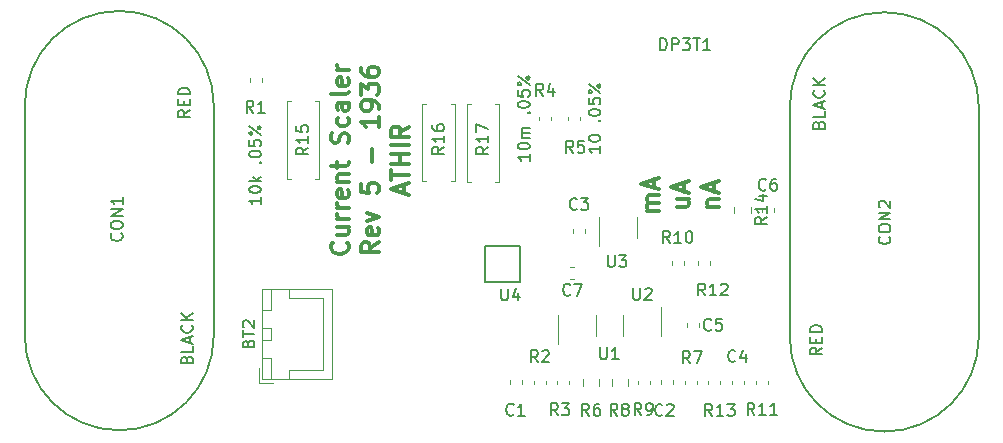
<source format=gto>
G04 #@! TF.GenerationSoftware,KiCad,Pcbnew,(5.1.4)-1*
G04 #@! TF.CreationDate,2019-09-05T18:56:40+02:00*
G04 #@! TF.ProjectId,currentscaler,63757272-656e-4747-9363-616c65722e6b,rev?*
G04 #@! TF.SameCoordinates,Original*
G04 #@! TF.FileFunction,Legend,Top*
G04 #@! TF.FilePolarity,Positive*
%FSLAX46Y46*%
G04 Gerber Fmt 4.6, Leading zero omitted, Abs format (unit mm)*
G04 Created by KiCad (PCBNEW (5.1.4)-1) date 2019-09-05 18:56:40*
%MOMM*%
%LPD*%
G04 APERTURE LIST*
%ADD10C,0.300000*%
%ADD11C,0.120000*%
%ADD12C,0.150000*%
G04 APERTURE END LIST*
D10*
X149128571Y-108285714D02*
X148128571Y-108285714D01*
X148271428Y-108285714D02*
X148200000Y-108214285D01*
X148128571Y-108071428D01*
X148128571Y-107857142D01*
X148200000Y-107714285D01*
X148342857Y-107642857D01*
X149128571Y-107642857D01*
X148342857Y-107642857D02*
X148200000Y-107571428D01*
X148128571Y-107428571D01*
X148128571Y-107214285D01*
X148200000Y-107071428D01*
X148342857Y-107000000D01*
X149128571Y-107000000D01*
X148700000Y-106357142D02*
X148700000Y-105642857D01*
X149128571Y-106500000D02*
X147628571Y-106000000D01*
X149128571Y-105500000D01*
X150678571Y-107321428D02*
X151678571Y-107321428D01*
X150678571Y-107964285D02*
X151464285Y-107964285D01*
X151607142Y-107892857D01*
X151678571Y-107750000D01*
X151678571Y-107535714D01*
X151607142Y-107392857D01*
X151535714Y-107321428D01*
X151250000Y-106678571D02*
X151250000Y-105964285D01*
X151678571Y-106821428D02*
X150178571Y-106321428D01*
X151678571Y-105821428D01*
X153228571Y-107964285D02*
X154228571Y-107964285D01*
X153371428Y-107964285D02*
X153300000Y-107892857D01*
X153228571Y-107750000D01*
X153228571Y-107535714D01*
X153300000Y-107392857D01*
X153442857Y-107321428D01*
X154228571Y-107321428D01*
X153800000Y-106678571D02*
X153800000Y-105964285D01*
X154228571Y-106821428D02*
X152728571Y-106321428D01*
X154228571Y-105821428D01*
X122735714Y-111000000D02*
X122807142Y-111071428D01*
X122878571Y-111285714D01*
X122878571Y-111428571D01*
X122807142Y-111642857D01*
X122664285Y-111785714D01*
X122521428Y-111857142D01*
X122235714Y-111928571D01*
X122021428Y-111928571D01*
X121735714Y-111857142D01*
X121592857Y-111785714D01*
X121450000Y-111642857D01*
X121378571Y-111428571D01*
X121378571Y-111285714D01*
X121450000Y-111071428D01*
X121521428Y-111000000D01*
X121878571Y-109714285D02*
X122878571Y-109714285D01*
X121878571Y-110357142D02*
X122664285Y-110357142D01*
X122807142Y-110285714D01*
X122878571Y-110142857D01*
X122878571Y-109928571D01*
X122807142Y-109785714D01*
X122735714Y-109714285D01*
X122878571Y-109000000D02*
X121878571Y-109000000D01*
X122164285Y-109000000D02*
X122021428Y-108928571D01*
X121950000Y-108857142D01*
X121878571Y-108714285D01*
X121878571Y-108571428D01*
X122878571Y-108071428D02*
X121878571Y-108071428D01*
X122164285Y-108071428D02*
X122021428Y-108000000D01*
X121950000Y-107928571D01*
X121878571Y-107785714D01*
X121878571Y-107642857D01*
X122807142Y-106571428D02*
X122878571Y-106714285D01*
X122878571Y-107000000D01*
X122807142Y-107142857D01*
X122664285Y-107214285D01*
X122092857Y-107214285D01*
X121950000Y-107142857D01*
X121878571Y-107000000D01*
X121878571Y-106714285D01*
X121950000Y-106571428D01*
X122092857Y-106500000D01*
X122235714Y-106500000D01*
X122378571Y-107214285D01*
X121878571Y-105857142D02*
X122878571Y-105857142D01*
X122021428Y-105857142D02*
X121950000Y-105785714D01*
X121878571Y-105642857D01*
X121878571Y-105428571D01*
X121950000Y-105285714D01*
X122092857Y-105214285D01*
X122878571Y-105214285D01*
X121878571Y-104714285D02*
X121878571Y-104142857D01*
X121378571Y-104500000D02*
X122664285Y-104500000D01*
X122807142Y-104428571D01*
X122878571Y-104285714D01*
X122878571Y-104142857D01*
X122807142Y-102571428D02*
X122878571Y-102357142D01*
X122878571Y-102000000D01*
X122807142Y-101857142D01*
X122735714Y-101785714D01*
X122592857Y-101714285D01*
X122450000Y-101714285D01*
X122307142Y-101785714D01*
X122235714Y-101857142D01*
X122164285Y-102000000D01*
X122092857Y-102285714D01*
X122021428Y-102428571D01*
X121950000Y-102500000D01*
X121807142Y-102571428D01*
X121664285Y-102571428D01*
X121521428Y-102500000D01*
X121450000Y-102428571D01*
X121378571Y-102285714D01*
X121378571Y-101928571D01*
X121450000Y-101714285D01*
X122807142Y-100428571D02*
X122878571Y-100571428D01*
X122878571Y-100857142D01*
X122807142Y-101000000D01*
X122735714Y-101071428D01*
X122592857Y-101142857D01*
X122164285Y-101142857D01*
X122021428Y-101071428D01*
X121950000Y-101000000D01*
X121878571Y-100857142D01*
X121878571Y-100571428D01*
X121950000Y-100428571D01*
X122878571Y-99142857D02*
X122092857Y-99142857D01*
X121950000Y-99214285D01*
X121878571Y-99357142D01*
X121878571Y-99642857D01*
X121950000Y-99785714D01*
X122807142Y-99142857D02*
X122878571Y-99285714D01*
X122878571Y-99642857D01*
X122807142Y-99785714D01*
X122664285Y-99857142D01*
X122521428Y-99857142D01*
X122378571Y-99785714D01*
X122307142Y-99642857D01*
X122307142Y-99285714D01*
X122235714Y-99142857D01*
X122878571Y-98214285D02*
X122807142Y-98357142D01*
X122664285Y-98428571D01*
X121378571Y-98428571D01*
X122807142Y-97071428D02*
X122878571Y-97214285D01*
X122878571Y-97500000D01*
X122807142Y-97642857D01*
X122664285Y-97714285D01*
X122092857Y-97714285D01*
X121950000Y-97642857D01*
X121878571Y-97500000D01*
X121878571Y-97214285D01*
X121950000Y-97071428D01*
X122092857Y-97000000D01*
X122235714Y-97000000D01*
X122378571Y-97714285D01*
X122878571Y-96357142D02*
X121878571Y-96357142D01*
X122164285Y-96357142D02*
X122021428Y-96285714D01*
X121950000Y-96214285D01*
X121878571Y-96071428D01*
X121878571Y-95928571D01*
X125428571Y-110964285D02*
X124714285Y-111464285D01*
X125428571Y-111821428D02*
X123928571Y-111821428D01*
X123928571Y-111250000D01*
X124000000Y-111107142D01*
X124071428Y-111035714D01*
X124214285Y-110964285D01*
X124428571Y-110964285D01*
X124571428Y-111035714D01*
X124642857Y-111107142D01*
X124714285Y-111250000D01*
X124714285Y-111821428D01*
X125357142Y-109750000D02*
X125428571Y-109892857D01*
X125428571Y-110178571D01*
X125357142Y-110321428D01*
X125214285Y-110392857D01*
X124642857Y-110392857D01*
X124500000Y-110321428D01*
X124428571Y-110178571D01*
X124428571Y-109892857D01*
X124500000Y-109750000D01*
X124642857Y-109678571D01*
X124785714Y-109678571D01*
X124928571Y-110392857D01*
X124428571Y-109178571D02*
X125428571Y-108821428D01*
X124428571Y-108464285D01*
X123928571Y-106035714D02*
X123928571Y-106750000D01*
X124642857Y-106821428D01*
X124571428Y-106750000D01*
X124500000Y-106607142D01*
X124500000Y-106250000D01*
X124571428Y-106107142D01*
X124642857Y-106035714D01*
X124785714Y-105964285D01*
X125142857Y-105964285D01*
X125285714Y-106035714D01*
X125357142Y-106107142D01*
X125428571Y-106250000D01*
X125428571Y-106607142D01*
X125357142Y-106750000D01*
X125285714Y-106821428D01*
X124857142Y-104178571D02*
X124857142Y-103035714D01*
X125428571Y-100392857D02*
X125428571Y-101250000D01*
X125428571Y-100821428D02*
X123928571Y-100821428D01*
X124142857Y-100964285D01*
X124285714Y-101107142D01*
X124357142Y-101250000D01*
X125428571Y-99678571D02*
X125428571Y-99392857D01*
X125357142Y-99250000D01*
X125285714Y-99178571D01*
X125071428Y-99035714D01*
X124785714Y-98964285D01*
X124214285Y-98964285D01*
X124071428Y-99035714D01*
X124000000Y-99107142D01*
X123928571Y-99250000D01*
X123928571Y-99535714D01*
X124000000Y-99678571D01*
X124071428Y-99750000D01*
X124214285Y-99821428D01*
X124571428Y-99821428D01*
X124714285Y-99750000D01*
X124785714Y-99678571D01*
X124857142Y-99535714D01*
X124857142Y-99250000D01*
X124785714Y-99107142D01*
X124714285Y-99035714D01*
X124571428Y-98964285D01*
X123928571Y-98464285D02*
X123928571Y-97535714D01*
X124500000Y-98035714D01*
X124500000Y-97821428D01*
X124571428Y-97678571D01*
X124642857Y-97607142D01*
X124785714Y-97535714D01*
X125142857Y-97535714D01*
X125285714Y-97607142D01*
X125357142Y-97678571D01*
X125428571Y-97821428D01*
X125428571Y-98250000D01*
X125357142Y-98392857D01*
X125285714Y-98464285D01*
X123928571Y-96250000D02*
X123928571Y-96535714D01*
X124000000Y-96678571D01*
X124071428Y-96750000D01*
X124285714Y-96892857D01*
X124571428Y-96964285D01*
X125142857Y-96964285D01*
X125285714Y-96892857D01*
X125357142Y-96821428D01*
X125428571Y-96678571D01*
X125428571Y-96392857D01*
X125357142Y-96250000D01*
X125285714Y-96178571D01*
X125142857Y-96107142D01*
X124785714Y-96107142D01*
X124642857Y-96178571D01*
X124571428Y-96250000D01*
X124500000Y-96392857D01*
X124500000Y-96678571D01*
X124571428Y-96821428D01*
X124642857Y-96892857D01*
X124785714Y-96964285D01*
X127550000Y-106821428D02*
X127550000Y-106107142D01*
X127978571Y-106964285D02*
X126478571Y-106464285D01*
X127978571Y-105964285D01*
X126478571Y-105678571D02*
X126478571Y-104821428D01*
X127978571Y-105250000D02*
X126478571Y-105250000D01*
X127978571Y-104321428D02*
X126478571Y-104321428D01*
X127192857Y-104321428D02*
X127192857Y-103464285D01*
X127978571Y-103464285D02*
X126478571Y-103464285D01*
X127978571Y-102750000D02*
X126478571Y-102750000D01*
X127978571Y-101178571D02*
X127264285Y-101678571D01*
X127978571Y-102035714D02*
X126478571Y-102035714D01*
X126478571Y-101464285D01*
X126550000Y-101321428D01*
X126621428Y-101250000D01*
X126764285Y-101178571D01*
X126978571Y-101178571D01*
X127121428Y-101250000D01*
X127192857Y-101321428D01*
X127264285Y-101464285D01*
X127264285Y-102035714D01*
D11*
X132880000Y-105830000D02*
X133210000Y-105830000D01*
X132880000Y-99290000D02*
X132880000Y-105830000D01*
X133210000Y-99290000D02*
X132880000Y-99290000D01*
X135620000Y-105830000D02*
X135290000Y-105830000D01*
X135620000Y-99290000D02*
X135620000Y-105830000D01*
X135290000Y-99290000D02*
X135620000Y-99290000D01*
X131870000Y-99270000D02*
X131540000Y-99270000D01*
X131870000Y-105810000D02*
X131870000Y-99270000D01*
X131540000Y-105810000D02*
X131870000Y-105810000D01*
X129130000Y-99270000D02*
X129460000Y-99270000D01*
X129130000Y-105810000D02*
X129130000Y-99270000D01*
X129460000Y-105810000D02*
X129130000Y-105810000D01*
X117630000Y-105580000D02*
X117960000Y-105580000D01*
X117630000Y-99040000D02*
X117630000Y-105580000D01*
X117960000Y-99040000D02*
X117630000Y-99040000D01*
X120370000Y-105580000D02*
X120040000Y-105580000D01*
X120370000Y-99040000D02*
X120370000Y-105580000D01*
X120040000Y-99040000D02*
X120370000Y-99040000D01*
X115250000Y-122850000D02*
X116500000Y-122850000D01*
X115250000Y-121600000D02*
X115250000Y-122850000D01*
X120750000Y-115700000D02*
X120750000Y-118750000D01*
X117800000Y-115700000D02*
X120750000Y-115700000D01*
X117800000Y-114950000D02*
X117800000Y-115700000D01*
X120750000Y-121800000D02*
X120750000Y-118750000D01*
X117800000Y-121800000D02*
X120750000Y-121800000D01*
X117800000Y-122550000D02*
X117800000Y-121800000D01*
X115550000Y-114950000D02*
X115550000Y-116750000D01*
X116300000Y-114950000D02*
X115550000Y-114950000D01*
X116300000Y-116750000D02*
X116300000Y-114950000D01*
X115550000Y-116750000D02*
X116300000Y-116750000D01*
X115550000Y-120750000D02*
X115550000Y-122550000D01*
X116300000Y-120750000D02*
X115550000Y-120750000D01*
X116300000Y-122550000D02*
X116300000Y-120750000D01*
X115550000Y-122550000D02*
X116300000Y-122550000D01*
X115550000Y-118250000D02*
X115550000Y-119250000D01*
X116300000Y-118250000D02*
X115550000Y-118250000D01*
X116300000Y-119250000D02*
X116300000Y-118250000D01*
X115550000Y-119250000D02*
X116300000Y-119250000D01*
X115540000Y-114940000D02*
X115540000Y-122560000D01*
X121510000Y-114940000D02*
X115540000Y-114940000D01*
X121510000Y-122560000D02*
X121510000Y-114940000D01*
X115540000Y-122560000D02*
X121510000Y-122560000D01*
D12*
X134404999Y-114330000D02*
X134394999Y-111320000D01*
X137404999Y-114330000D02*
X134404999Y-114330000D01*
X137404999Y-111320000D02*
X137404999Y-114330000D01*
X134394999Y-111320000D02*
X137404999Y-111320000D01*
D11*
X141975279Y-113090000D02*
X141649721Y-113090000D01*
X141975279Y-114110000D02*
X141649721Y-114110000D01*
X155490000Y-107953922D02*
X155490000Y-108471078D01*
X156910000Y-107953922D02*
X156910000Y-108471078D01*
X146560000Y-123108578D02*
X146560000Y-122591422D01*
X145140000Y-123108578D02*
X145140000Y-122591422D01*
X142690000Y-122591422D02*
X142690000Y-123108578D01*
X144110000Y-122591422D02*
X144110000Y-123108578D01*
D12*
X160230000Y-99500000D02*
X160230000Y-119000000D01*
X176230000Y-119000000D02*
X176230000Y-99500000D01*
X176230000Y-119000000D02*
G75*
G02X160230000Y-119000000I-8000000J0D01*
G01*
X160230000Y-99500000D02*
G75*
G02X176230000Y-99500000I8000000J0D01*
G01*
X111460000Y-118890000D02*
X111460000Y-99390000D01*
X95460000Y-99390000D02*
X95460000Y-118890000D01*
X95460000Y-99390000D02*
G75*
G02X111460000Y-99390000I8000000J0D01*
G01*
X111460000Y-118890000D02*
G75*
G02X95460000Y-118890000I-8000000J0D01*
G01*
D11*
X149340000Y-123000279D02*
X149340000Y-122674721D01*
X150360000Y-123000279D02*
X150360000Y-122674721D01*
X143860000Y-118900000D02*
X143860000Y-117100000D01*
X140640000Y-117100000D02*
X140640000Y-119550000D01*
X149360000Y-118900000D02*
X149360000Y-116450000D01*
X146140000Y-117100000D02*
X146140000Y-118900000D01*
X147260000Y-110650000D02*
X147260000Y-108850000D01*
X144040000Y-108850000D02*
X144040000Y-111300000D01*
X147340000Y-123012779D02*
X147340000Y-122687221D01*
X148360000Y-123012779D02*
X148360000Y-122687221D01*
X151260000Y-112587221D02*
X151260000Y-112912779D01*
X150240000Y-112587221D02*
X150240000Y-112912779D01*
X140010000Y-100662779D02*
X140010000Y-100337221D01*
X138990000Y-100662779D02*
X138990000Y-100337221D01*
X151340000Y-123012779D02*
X151340000Y-122687221D01*
X152360000Y-123012779D02*
X152360000Y-122687221D01*
X142510000Y-100337221D02*
X142510000Y-100662779D01*
X141490000Y-100337221D02*
X141490000Y-100662779D01*
X153340000Y-123012779D02*
X153340000Y-122687221D01*
X154360000Y-123012779D02*
X154360000Y-122687221D01*
X140490000Y-122687221D02*
X140490000Y-123012779D01*
X141510000Y-122687221D02*
X141510000Y-123012779D01*
X138540000Y-122687221D02*
X138540000Y-123012779D01*
X139560000Y-122687221D02*
X139560000Y-123012779D01*
X115510000Y-97087221D02*
X115510000Y-97412779D01*
X114490000Y-97087221D02*
X114490000Y-97412779D01*
X152490000Y-112912779D02*
X152490000Y-112587221D01*
X153510000Y-112912779D02*
X153510000Y-112587221D01*
X157890000Y-108087221D02*
X157890000Y-108412779D01*
X158910000Y-108087221D02*
X158910000Y-108412779D01*
X158360000Y-123012779D02*
X158360000Y-122687221D01*
X157340000Y-123012779D02*
X157340000Y-122687221D01*
X151490000Y-118162779D02*
X151490000Y-117837221D01*
X152510000Y-118162779D02*
X152510000Y-117837221D01*
X156360000Y-123012779D02*
X156360000Y-122687221D01*
X155340000Y-123012779D02*
X155340000Y-122687221D01*
X142910000Y-109837221D02*
X142910000Y-110162779D01*
X141890000Y-109837221D02*
X141890000Y-110162779D01*
X136540000Y-122674721D02*
X136540000Y-123000279D01*
X137560000Y-122674721D02*
X137560000Y-123000279D01*
D12*
X134702380Y-102892857D02*
X134226190Y-103226190D01*
X134702380Y-103464285D02*
X133702380Y-103464285D01*
X133702380Y-103083333D01*
X133750000Y-102988095D01*
X133797619Y-102940476D01*
X133892857Y-102892857D01*
X134035714Y-102892857D01*
X134130952Y-102940476D01*
X134178571Y-102988095D01*
X134226190Y-103083333D01*
X134226190Y-103464285D01*
X134702380Y-101940476D02*
X134702380Y-102511904D01*
X134702380Y-102226190D02*
X133702380Y-102226190D01*
X133845238Y-102321428D01*
X133940476Y-102416666D01*
X133988095Y-102511904D01*
X133702380Y-101607142D02*
X133702380Y-100940476D01*
X134702380Y-101369047D01*
X130952380Y-102892857D02*
X130476190Y-103226190D01*
X130952380Y-103464285D02*
X129952380Y-103464285D01*
X129952380Y-103083333D01*
X130000000Y-102988095D01*
X130047619Y-102940476D01*
X130142857Y-102892857D01*
X130285714Y-102892857D01*
X130380952Y-102940476D01*
X130428571Y-102988095D01*
X130476190Y-103083333D01*
X130476190Y-103464285D01*
X130952380Y-101940476D02*
X130952380Y-102511904D01*
X130952380Y-102226190D02*
X129952380Y-102226190D01*
X130095238Y-102321428D01*
X130190476Y-102416666D01*
X130238095Y-102511904D01*
X129952380Y-101083333D02*
X129952380Y-101273809D01*
X130000000Y-101369047D01*
X130047619Y-101416666D01*
X130190476Y-101511904D01*
X130380952Y-101559523D01*
X130761904Y-101559523D01*
X130857142Y-101511904D01*
X130904761Y-101464285D01*
X130952380Y-101369047D01*
X130952380Y-101178571D01*
X130904761Y-101083333D01*
X130857142Y-101035714D01*
X130761904Y-100988095D01*
X130523809Y-100988095D01*
X130428571Y-101035714D01*
X130380952Y-101083333D01*
X130333333Y-101178571D01*
X130333333Y-101369047D01*
X130380952Y-101464285D01*
X130428571Y-101511904D01*
X130523809Y-101559523D01*
X119452380Y-102952857D02*
X118976190Y-103286190D01*
X119452380Y-103524285D02*
X118452380Y-103524285D01*
X118452380Y-103143333D01*
X118500000Y-103048095D01*
X118547619Y-103000476D01*
X118642857Y-102952857D01*
X118785714Y-102952857D01*
X118880952Y-103000476D01*
X118928571Y-103048095D01*
X118976190Y-103143333D01*
X118976190Y-103524285D01*
X119452380Y-102000476D02*
X119452380Y-102571904D01*
X119452380Y-102286190D02*
X118452380Y-102286190D01*
X118595238Y-102381428D01*
X118690476Y-102476666D01*
X118738095Y-102571904D01*
X118452380Y-101095714D02*
X118452380Y-101571904D01*
X118928571Y-101619523D01*
X118880952Y-101571904D01*
X118833333Y-101476666D01*
X118833333Y-101238571D01*
X118880952Y-101143333D01*
X118928571Y-101095714D01*
X119023809Y-101048095D01*
X119261904Y-101048095D01*
X119357142Y-101095714D01*
X119404761Y-101143333D01*
X119452380Y-101238571D01*
X119452380Y-101476666D01*
X119404761Y-101571904D01*
X119357142Y-101619523D01*
X114378571Y-119535714D02*
X114426190Y-119392857D01*
X114473809Y-119345238D01*
X114569047Y-119297619D01*
X114711904Y-119297619D01*
X114807142Y-119345238D01*
X114854761Y-119392857D01*
X114902380Y-119488095D01*
X114902380Y-119869047D01*
X113902380Y-119869047D01*
X113902380Y-119535714D01*
X113950000Y-119440476D01*
X113997619Y-119392857D01*
X114092857Y-119345238D01*
X114188095Y-119345238D01*
X114283333Y-119392857D01*
X114330952Y-119440476D01*
X114378571Y-119535714D01*
X114378571Y-119869047D01*
X113902380Y-119011904D02*
X113902380Y-118440476D01*
X114902380Y-118726190D02*
X113902380Y-118726190D01*
X113997619Y-118154761D02*
X113950000Y-118107142D01*
X113902380Y-118011904D01*
X113902380Y-117773809D01*
X113950000Y-117678571D01*
X113997619Y-117630952D01*
X114092857Y-117583333D01*
X114188095Y-117583333D01*
X114330952Y-117630952D01*
X114902380Y-118202380D01*
X114902380Y-117583333D01*
X135783094Y-114902380D02*
X135783094Y-115711904D01*
X135830713Y-115807142D01*
X135878332Y-115854761D01*
X135973570Y-115902380D01*
X136164046Y-115902380D01*
X136259284Y-115854761D01*
X136306903Y-115807142D01*
X136354522Y-115711904D01*
X136354522Y-114902380D01*
X137259284Y-115235714D02*
X137259284Y-115902380D01*
X137021189Y-114854761D02*
X136783094Y-115569047D01*
X137402141Y-115569047D01*
X141645833Y-115387142D02*
X141598214Y-115434761D01*
X141455357Y-115482380D01*
X141360119Y-115482380D01*
X141217261Y-115434761D01*
X141122023Y-115339523D01*
X141074404Y-115244285D01*
X141026785Y-115053809D01*
X141026785Y-114910952D01*
X141074404Y-114720476D01*
X141122023Y-114625238D01*
X141217261Y-114530000D01*
X141360119Y-114482380D01*
X141455357Y-114482380D01*
X141598214Y-114530000D01*
X141645833Y-114577619D01*
X141979166Y-114482380D02*
X142645833Y-114482380D01*
X142217261Y-115482380D01*
X158302380Y-108855357D02*
X157826190Y-109188690D01*
X158302380Y-109426785D02*
X157302380Y-109426785D01*
X157302380Y-109045833D01*
X157350000Y-108950595D01*
X157397619Y-108902976D01*
X157492857Y-108855357D01*
X157635714Y-108855357D01*
X157730952Y-108902976D01*
X157778571Y-108950595D01*
X157826190Y-109045833D01*
X157826190Y-109426785D01*
X158302380Y-107902976D02*
X158302380Y-108474404D01*
X158302380Y-108188690D02*
X157302380Y-108188690D01*
X157445238Y-108283928D01*
X157540476Y-108379166D01*
X157588095Y-108474404D01*
X157635714Y-107045833D02*
X158302380Y-107045833D01*
X157254761Y-107283928D02*
X157969047Y-107522023D01*
X157969047Y-106902976D01*
X145633333Y-125652380D02*
X145300000Y-125176190D01*
X145061904Y-125652380D02*
X145061904Y-124652380D01*
X145442857Y-124652380D01*
X145538095Y-124700000D01*
X145585714Y-124747619D01*
X145633333Y-124842857D01*
X145633333Y-124985714D01*
X145585714Y-125080952D01*
X145538095Y-125128571D01*
X145442857Y-125176190D01*
X145061904Y-125176190D01*
X146204761Y-125080952D02*
X146109523Y-125033333D01*
X146061904Y-124985714D01*
X146014285Y-124890476D01*
X146014285Y-124842857D01*
X146061904Y-124747619D01*
X146109523Y-124700000D01*
X146204761Y-124652380D01*
X146395238Y-124652380D01*
X146490476Y-124700000D01*
X146538095Y-124747619D01*
X146585714Y-124842857D01*
X146585714Y-124890476D01*
X146538095Y-124985714D01*
X146490476Y-125033333D01*
X146395238Y-125080952D01*
X146204761Y-125080952D01*
X146109523Y-125128571D01*
X146061904Y-125176190D01*
X146014285Y-125271428D01*
X146014285Y-125461904D01*
X146061904Y-125557142D01*
X146109523Y-125604761D01*
X146204761Y-125652380D01*
X146395238Y-125652380D01*
X146490476Y-125604761D01*
X146538095Y-125557142D01*
X146585714Y-125461904D01*
X146585714Y-125271428D01*
X146538095Y-125176190D01*
X146490476Y-125128571D01*
X146395238Y-125080952D01*
X143233333Y-125652380D02*
X142900000Y-125176190D01*
X142661904Y-125652380D02*
X142661904Y-124652380D01*
X143042857Y-124652380D01*
X143138095Y-124700000D01*
X143185714Y-124747619D01*
X143233333Y-124842857D01*
X143233333Y-124985714D01*
X143185714Y-125080952D01*
X143138095Y-125128571D01*
X143042857Y-125176190D01*
X142661904Y-125176190D01*
X144090476Y-124652380D02*
X143900000Y-124652380D01*
X143804761Y-124700000D01*
X143757142Y-124747619D01*
X143661904Y-124890476D01*
X143614285Y-125080952D01*
X143614285Y-125461904D01*
X143661904Y-125557142D01*
X143709523Y-125604761D01*
X143804761Y-125652380D01*
X143995238Y-125652380D01*
X144090476Y-125604761D01*
X144138095Y-125557142D01*
X144185714Y-125461904D01*
X144185714Y-125223809D01*
X144138095Y-125128571D01*
X144090476Y-125080952D01*
X143995238Y-125033333D01*
X143804761Y-125033333D01*
X143709523Y-125080952D01*
X143661904Y-125128571D01*
X143614285Y-125223809D01*
X149254761Y-94702380D02*
X149254761Y-93702380D01*
X149492857Y-93702380D01*
X149635714Y-93750000D01*
X149730952Y-93845238D01*
X149778571Y-93940476D01*
X149826190Y-94130952D01*
X149826190Y-94273809D01*
X149778571Y-94464285D01*
X149730952Y-94559523D01*
X149635714Y-94654761D01*
X149492857Y-94702380D01*
X149254761Y-94702380D01*
X150254761Y-94702380D02*
X150254761Y-93702380D01*
X150635714Y-93702380D01*
X150730952Y-93750000D01*
X150778571Y-93797619D01*
X150826190Y-93892857D01*
X150826190Y-94035714D01*
X150778571Y-94130952D01*
X150730952Y-94178571D01*
X150635714Y-94226190D01*
X150254761Y-94226190D01*
X151159523Y-93702380D02*
X151778571Y-93702380D01*
X151445238Y-94083333D01*
X151588095Y-94083333D01*
X151683333Y-94130952D01*
X151730952Y-94178571D01*
X151778571Y-94273809D01*
X151778571Y-94511904D01*
X151730952Y-94607142D01*
X151683333Y-94654761D01*
X151588095Y-94702380D01*
X151302380Y-94702380D01*
X151207142Y-94654761D01*
X151159523Y-94607142D01*
X152064285Y-93702380D02*
X152635714Y-93702380D01*
X152350000Y-94702380D02*
X152350000Y-93702380D01*
X153492857Y-94702380D02*
X152921428Y-94702380D01*
X153207142Y-94702380D02*
X153207142Y-93702380D01*
X153111904Y-93845238D01*
X153016666Y-93940476D01*
X152921428Y-93988095D01*
X168657142Y-110504285D02*
X168704761Y-110551904D01*
X168752380Y-110694761D01*
X168752380Y-110790000D01*
X168704761Y-110932857D01*
X168609523Y-111028095D01*
X168514285Y-111075714D01*
X168323809Y-111123333D01*
X168180952Y-111123333D01*
X167990476Y-111075714D01*
X167895238Y-111028095D01*
X167800000Y-110932857D01*
X167752380Y-110790000D01*
X167752380Y-110694761D01*
X167800000Y-110551904D01*
X167847619Y-110504285D01*
X167752380Y-109885238D02*
X167752380Y-109694761D01*
X167800000Y-109599523D01*
X167895238Y-109504285D01*
X168085714Y-109456666D01*
X168419047Y-109456666D01*
X168609523Y-109504285D01*
X168704761Y-109599523D01*
X168752380Y-109694761D01*
X168752380Y-109885238D01*
X168704761Y-109980476D01*
X168609523Y-110075714D01*
X168419047Y-110123333D01*
X168085714Y-110123333D01*
X167895238Y-110075714D01*
X167800000Y-109980476D01*
X167752380Y-109885238D01*
X168752380Y-109028095D02*
X167752380Y-109028095D01*
X168752380Y-108456666D01*
X167752380Y-108456666D01*
X167847619Y-108028095D02*
X167800000Y-107980476D01*
X167752380Y-107885238D01*
X167752380Y-107647142D01*
X167800000Y-107551904D01*
X167847619Y-107504285D01*
X167942857Y-107456666D01*
X168038095Y-107456666D01*
X168180952Y-107504285D01*
X168752380Y-108075714D01*
X168752380Y-107456666D01*
X162678571Y-101011904D02*
X162726190Y-100869047D01*
X162773809Y-100821428D01*
X162869047Y-100773809D01*
X163011904Y-100773809D01*
X163107142Y-100821428D01*
X163154761Y-100869047D01*
X163202380Y-100964285D01*
X163202380Y-101345238D01*
X162202380Y-101345238D01*
X162202380Y-101011904D01*
X162250000Y-100916666D01*
X162297619Y-100869047D01*
X162392857Y-100821428D01*
X162488095Y-100821428D01*
X162583333Y-100869047D01*
X162630952Y-100916666D01*
X162678571Y-101011904D01*
X162678571Y-101345238D01*
X163202380Y-99869047D02*
X163202380Y-100345238D01*
X162202380Y-100345238D01*
X162916666Y-99583333D02*
X162916666Y-99107142D01*
X163202380Y-99678571D02*
X162202380Y-99345238D01*
X163202380Y-99011904D01*
X163107142Y-98107142D02*
X163154761Y-98154761D01*
X163202380Y-98297619D01*
X163202380Y-98392857D01*
X163154761Y-98535714D01*
X163059523Y-98630952D01*
X162964285Y-98678571D01*
X162773809Y-98726190D01*
X162630952Y-98726190D01*
X162440476Y-98678571D01*
X162345238Y-98630952D01*
X162250000Y-98535714D01*
X162202380Y-98392857D01*
X162202380Y-98297619D01*
X162250000Y-98154761D01*
X162297619Y-98107142D01*
X163202380Y-97678571D02*
X162202380Y-97678571D01*
X163202380Y-97107142D02*
X162630952Y-97535714D01*
X162202380Y-97107142D02*
X162773809Y-97678571D01*
X162952380Y-119892857D02*
X162476190Y-120226190D01*
X162952380Y-120464285D02*
X161952380Y-120464285D01*
X161952380Y-120083333D01*
X162000000Y-119988095D01*
X162047619Y-119940476D01*
X162142857Y-119892857D01*
X162285714Y-119892857D01*
X162380952Y-119940476D01*
X162428571Y-119988095D01*
X162476190Y-120083333D01*
X162476190Y-120464285D01*
X162428571Y-119464285D02*
X162428571Y-119130952D01*
X162952380Y-118988095D02*
X162952380Y-119464285D01*
X161952380Y-119464285D01*
X161952380Y-118988095D01*
X162952380Y-118559523D02*
X161952380Y-118559523D01*
X161952380Y-118321428D01*
X162000000Y-118178571D01*
X162095238Y-118083333D01*
X162190476Y-118035714D01*
X162380952Y-117988095D01*
X162523809Y-117988095D01*
X162714285Y-118035714D01*
X162809523Y-118083333D01*
X162904761Y-118178571D01*
X162952380Y-118321428D01*
X162952380Y-118559523D01*
X103647142Y-110224285D02*
X103694761Y-110271904D01*
X103742380Y-110414761D01*
X103742380Y-110510000D01*
X103694761Y-110652857D01*
X103599523Y-110748095D01*
X103504285Y-110795714D01*
X103313809Y-110843333D01*
X103170952Y-110843333D01*
X102980476Y-110795714D01*
X102885238Y-110748095D01*
X102790000Y-110652857D01*
X102742380Y-110510000D01*
X102742380Y-110414761D01*
X102790000Y-110271904D01*
X102837619Y-110224285D01*
X102742380Y-109605238D02*
X102742380Y-109414761D01*
X102790000Y-109319523D01*
X102885238Y-109224285D01*
X103075714Y-109176666D01*
X103409047Y-109176666D01*
X103599523Y-109224285D01*
X103694761Y-109319523D01*
X103742380Y-109414761D01*
X103742380Y-109605238D01*
X103694761Y-109700476D01*
X103599523Y-109795714D01*
X103409047Y-109843333D01*
X103075714Y-109843333D01*
X102885238Y-109795714D01*
X102790000Y-109700476D01*
X102742380Y-109605238D01*
X103742380Y-108748095D02*
X102742380Y-108748095D01*
X103742380Y-108176666D01*
X102742380Y-108176666D01*
X103742380Y-107176666D02*
X103742380Y-107748095D01*
X103742380Y-107462380D02*
X102742380Y-107462380D01*
X102885238Y-107557619D01*
X102980476Y-107652857D01*
X103028095Y-107748095D01*
X109178571Y-120901904D02*
X109226190Y-120759047D01*
X109273809Y-120711428D01*
X109369047Y-120663809D01*
X109511904Y-120663809D01*
X109607142Y-120711428D01*
X109654761Y-120759047D01*
X109702380Y-120854285D01*
X109702380Y-121235238D01*
X108702380Y-121235238D01*
X108702380Y-120901904D01*
X108750000Y-120806666D01*
X108797619Y-120759047D01*
X108892857Y-120711428D01*
X108988095Y-120711428D01*
X109083333Y-120759047D01*
X109130952Y-120806666D01*
X109178571Y-120901904D01*
X109178571Y-121235238D01*
X109702380Y-119759047D02*
X109702380Y-120235238D01*
X108702380Y-120235238D01*
X109416666Y-119473333D02*
X109416666Y-118997142D01*
X109702380Y-119568571D02*
X108702380Y-119235238D01*
X109702380Y-118901904D01*
X109607142Y-117997142D02*
X109654761Y-118044761D01*
X109702380Y-118187619D01*
X109702380Y-118282857D01*
X109654761Y-118425714D01*
X109559523Y-118520952D01*
X109464285Y-118568571D01*
X109273809Y-118616190D01*
X109130952Y-118616190D01*
X108940476Y-118568571D01*
X108845238Y-118520952D01*
X108750000Y-118425714D01*
X108702380Y-118282857D01*
X108702380Y-118187619D01*
X108750000Y-118044761D01*
X108797619Y-117997142D01*
X109702380Y-117568571D02*
X108702380Y-117568571D01*
X109702380Y-116997142D02*
X109130952Y-117425714D01*
X108702380Y-116997142D02*
X109273809Y-117568571D01*
X109452380Y-99782857D02*
X108976190Y-100116190D01*
X109452380Y-100354285D02*
X108452380Y-100354285D01*
X108452380Y-99973333D01*
X108500000Y-99878095D01*
X108547619Y-99830476D01*
X108642857Y-99782857D01*
X108785714Y-99782857D01*
X108880952Y-99830476D01*
X108928571Y-99878095D01*
X108976190Y-99973333D01*
X108976190Y-100354285D01*
X108928571Y-99354285D02*
X108928571Y-99020952D01*
X109452380Y-98878095D02*
X109452380Y-99354285D01*
X108452380Y-99354285D01*
X108452380Y-98878095D01*
X109452380Y-98449523D02*
X108452380Y-98449523D01*
X108452380Y-98211428D01*
X108500000Y-98068571D01*
X108595238Y-97973333D01*
X108690476Y-97925714D01*
X108880952Y-97878095D01*
X109023809Y-97878095D01*
X109214285Y-97925714D01*
X109309523Y-97973333D01*
X109404761Y-98068571D01*
X109452380Y-98211428D01*
X109452380Y-98449523D01*
X149433333Y-125577142D02*
X149385714Y-125624761D01*
X149242857Y-125672380D01*
X149147619Y-125672380D01*
X149004761Y-125624761D01*
X148909523Y-125529523D01*
X148861904Y-125434285D01*
X148814285Y-125243809D01*
X148814285Y-125100952D01*
X148861904Y-124910476D01*
X148909523Y-124815238D01*
X149004761Y-124720000D01*
X149147619Y-124672380D01*
X149242857Y-124672380D01*
X149385714Y-124720000D01*
X149433333Y-124767619D01*
X149814285Y-124767619D02*
X149861904Y-124720000D01*
X149957142Y-124672380D01*
X150195238Y-124672380D01*
X150290476Y-124720000D01*
X150338095Y-124767619D01*
X150385714Y-124862857D01*
X150385714Y-124958095D01*
X150338095Y-125100952D01*
X149766666Y-125672380D01*
X150385714Y-125672380D01*
X144158095Y-119872380D02*
X144158095Y-120681904D01*
X144205714Y-120777142D01*
X144253333Y-120824761D01*
X144348571Y-120872380D01*
X144539047Y-120872380D01*
X144634285Y-120824761D01*
X144681904Y-120777142D01*
X144729523Y-120681904D01*
X144729523Y-119872380D01*
X145729523Y-120872380D02*
X145158095Y-120872380D01*
X145443809Y-120872380D02*
X145443809Y-119872380D01*
X145348571Y-120015238D01*
X145253333Y-120110476D01*
X145158095Y-120158095D01*
X146968095Y-114842380D02*
X146968095Y-115651904D01*
X147015714Y-115747142D01*
X147063333Y-115794761D01*
X147158571Y-115842380D01*
X147349047Y-115842380D01*
X147444285Y-115794761D01*
X147491904Y-115747142D01*
X147539523Y-115651904D01*
X147539523Y-114842380D01*
X147968095Y-114937619D02*
X148015714Y-114890000D01*
X148110952Y-114842380D01*
X148349047Y-114842380D01*
X148444285Y-114890000D01*
X148491904Y-114937619D01*
X148539523Y-115032857D01*
X148539523Y-115128095D01*
X148491904Y-115270952D01*
X147920476Y-115842380D01*
X148539523Y-115842380D01*
X144828095Y-112072380D02*
X144828095Y-112881904D01*
X144875714Y-112977142D01*
X144923333Y-113024761D01*
X145018571Y-113072380D01*
X145209047Y-113072380D01*
X145304285Y-113024761D01*
X145351904Y-112977142D01*
X145399523Y-112881904D01*
X145399523Y-112072380D01*
X145780476Y-112072380D02*
X146399523Y-112072380D01*
X146066190Y-112453333D01*
X146209047Y-112453333D01*
X146304285Y-112500952D01*
X146351904Y-112548571D01*
X146399523Y-112643809D01*
X146399523Y-112881904D01*
X146351904Y-112977142D01*
X146304285Y-113024761D01*
X146209047Y-113072380D01*
X145923333Y-113072380D01*
X145828095Y-113024761D01*
X145780476Y-112977142D01*
X147663333Y-125602380D02*
X147330000Y-125126190D01*
X147091904Y-125602380D02*
X147091904Y-124602380D01*
X147472857Y-124602380D01*
X147568095Y-124650000D01*
X147615714Y-124697619D01*
X147663333Y-124792857D01*
X147663333Y-124935714D01*
X147615714Y-125030952D01*
X147568095Y-125078571D01*
X147472857Y-125126190D01*
X147091904Y-125126190D01*
X148139523Y-125602380D02*
X148330000Y-125602380D01*
X148425238Y-125554761D01*
X148472857Y-125507142D01*
X148568095Y-125364285D01*
X148615714Y-125173809D01*
X148615714Y-124792857D01*
X148568095Y-124697619D01*
X148520476Y-124650000D01*
X148425238Y-124602380D01*
X148234761Y-124602380D01*
X148139523Y-124650000D01*
X148091904Y-124697619D01*
X148044285Y-124792857D01*
X148044285Y-125030952D01*
X148091904Y-125126190D01*
X148139523Y-125173809D01*
X148234761Y-125221428D01*
X148425238Y-125221428D01*
X148520476Y-125173809D01*
X148568095Y-125126190D01*
X148615714Y-125030952D01*
X150087142Y-111032380D02*
X149753809Y-110556190D01*
X149515714Y-111032380D02*
X149515714Y-110032380D01*
X149896666Y-110032380D01*
X149991904Y-110080000D01*
X150039523Y-110127619D01*
X150087142Y-110222857D01*
X150087142Y-110365714D01*
X150039523Y-110460952D01*
X149991904Y-110508571D01*
X149896666Y-110556190D01*
X149515714Y-110556190D01*
X151039523Y-111032380D02*
X150468095Y-111032380D01*
X150753809Y-111032380D02*
X150753809Y-110032380D01*
X150658571Y-110175238D01*
X150563333Y-110270476D01*
X150468095Y-110318095D01*
X151658571Y-110032380D02*
X151753809Y-110032380D01*
X151849047Y-110080000D01*
X151896666Y-110127619D01*
X151944285Y-110222857D01*
X151991904Y-110413333D01*
X151991904Y-110651428D01*
X151944285Y-110841904D01*
X151896666Y-110937142D01*
X151849047Y-110984761D01*
X151753809Y-111032380D01*
X151658571Y-111032380D01*
X151563333Y-110984761D01*
X151515714Y-110937142D01*
X151468095Y-110841904D01*
X151420476Y-110651428D01*
X151420476Y-110413333D01*
X151468095Y-110222857D01*
X151515714Y-110127619D01*
X151563333Y-110080000D01*
X151658571Y-110032380D01*
X139343333Y-98552380D02*
X139010000Y-98076190D01*
X138771904Y-98552380D02*
X138771904Y-97552380D01*
X139152857Y-97552380D01*
X139248095Y-97600000D01*
X139295714Y-97647619D01*
X139343333Y-97742857D01*
X139343333Y-97885714D01*
X139295714Y-97980952D01*
X139248095Y-98028571D01*
X139152857Y-98076190D01*
X138771904Y-98076190D01*
X140200476Y-97885714D02*
X140200476Y-98552380D01*
X139962380Y-97504761D02*
X139724285Y-98219047D01*
X140343333Y-98219047D01*
X138202380Y-103500000D02*
X138202380Y-104071428D01*
X138202380Y-103785714D02*
X137202380Y-103785714D01*
X137345238Y-103880952D01*
X137440476Y-103976190D01*
X137488095Y-104071428D01*
X137202380Y-102880952D02*
X137202380Y-102785714D01*
X137250000Y-102690476D01*
X137297619Y-102642857D01*
X137392857Y-102595238D01*
X137583333Y-102547619D01*
X137821428Y-102547619D01*
X138011904Y-102595238D01*
X138107142Y-102642857D01*
X138154761Y-102690476D01*
X138202380Y-102785714D01*
X138202380Y-102880952D01*
X138154761Y-102976190D01*
X138107142Y-103023809D01*
X138011904Y-103071428D01*
X137821428Y-103119047D01*
X137583333Y-103119047D01*
X137392857Y-103071428D01*
X137297619Y-103023809D01*
X137250000Y-102976190D01*
X137202380Y-102880952D01*
X138202380Y-102119047D02*
X137535714Y-102119047D01*
X137630952Y-102119047D02*
X137583333Y-102071428D01*
X137535714Y-101976190D01*
X137535714Y-101833333D01*
X137583333Y-101738095D01*
X137678571Y-101690476D01*
X138202380Y-101690476D01*
X137678571Y-101690476D02*
X137583333Y-101642857D01*
X137535714Y-101547619D01*
X137535714Y-101404761D01*
X137583333Y-101309523D01*
X137678571Y-101261904D01*
X138202380Y-101261904D01*
X138107142Y-100023809D02*
X138154761Y-99976190D01*
X138202380Y-100023809D01*
X138154761Y-100071428D01*
X138107142Y-100023809D01*
X138202380Y-100023809D01*
X137202380Y-99357142D02*
X137202380Y-99261904D01*
X137250000Y-99166666D01*
X137297619Y-99119047D01*
X137392857Y-99071428D01*
X137583333Y-99023809D01*
X137821428Y-99023809D01*
X138011904Y-99071428D01*
X138107142Y-99119047D01*
X138154761Y-99166666D01*
X138202380Y-99261904D01*
X138202380Y-99357142D01*
X138154761Y-99452380D01*
X138107142Y-99500000D01*
X138011904Y-99547619D01*
X137821428Y-99595238D01*
X137583333Y-99595238D01*
X137392857Y-99547619D01*
X137297619Y-99500000D01*
X137250000Y-99452380D01*
X137202380Y-99357142D01*
X137202380Y-98119047D02*
X137202380Y-98595238D01*
X137678571Y-98642857D01*
X137630952Y-98595238D01*
X137583333Y-98500000D01*
X137583333Y-98261904D01*
X137630952Y-98166666D01*
X137678571Y-98119047D01*
X137773809Y-98071428D01*
X138011904Y-98071428D01*
X138107142Y-98119047D01*
X138154761Y-98166666D01*
X138202380Y-98261904D01*
X138202380Y-98500000D01*
X138154761Y-98595238D01*
X138107142Y-98642857D01*
X138202380Y-97690476D02*
X137202380Y-96928571D01*
X137202380Y-97547619D02*
X137250000Y-97452380D01*
X137345238Y-97404761D01*
X137440476Y-97452380D01*
X137488095Y-97547619D01*
X137440476Y-97642857D01*
X137345238Y-97690476D01*
X137250000Y-97642857D01*
X137202380Y-97547619D01*
X138154761Y-96976190D02*
X138059523Y-96928571D01*
X137964285Y-96976190D01*
X137916666Y-97071428D01*
X137964285Y-97166666D01*
X138059523Y-97214285D01*
X138154761Y-97166666D01*
X138202380Y-97071428D01*
X138154761Y-96976190D01*
X151773333Y-121212380D02*
X151440000Y-120736190D01*
X151201904Y-121212380D02*
X151201904Y-120212380D01*
X151582857Y-120212380D01*
X151678095Y-120260000D01*
X151725714Y-120307619D01*
X151773333Y-120402857D01*
X151773333Y-120545714D01*
X151725714Y-120640952D01*
X151678095Y-120688571D01*
X151582857Y-120736190D01*
X151201904Y-120736190D01*
X152106666Y-120212380D02*
X152773333Y-120212380D01*
X152344761Y-121212380D01*
X141883333Y-103392380D02*
X141550000Y-102916190D01*
X141311904Y-103392380D02*
X141311904Y-102392380D01*
X141692857Y-102392380D01*
X141788095Y-102440000D01*
X141835714Y-102487619D01*
X141883333Y-102582857D01*
X141883333Y-102725714D01*
X141835714Y-102820952D01*
X141788095Y-102868571D01*
X141692857Y-102916190D01*
X141311904Y-102916190D01*
X142788095Y-102392380D02*
X142311904Y-102392380D01*
X142264285Y-102868571D01*
X142311904Y-102820952D01*
X142407142Y-102773333D01*
X142645238Y-102773333D01*
X142740476Y-102820952D01*
X142788095Y-102868571D01*
X142835714Y-102963809D01*
X142835714Y-103201904D01*
X142788095Y-103297142D01*
X142740476Y-103344761D01*
X142645238Y-103392380D01*
X142407142Y-103392380D01*
X142311904Y-103344761D01*
X142264285Y-103297142D01*
X144202380Y-102833333D02*
X144202380Y-103404761D01*
X144202380Y-103119047D02*
X143202380Y-103119047D01*
X143345238Y-103214285D01*
X143440476Y-103309523D01*
X143488095Y-103404761D01*
X143202380Y-102214285D02*
X143202380Y-102119047D01*
X143250000Y-102023809D01*
X143297619Y-101976190D01*
X143392857Y-101928571D01*
X143583333Y-101880952D01*
X143821428Y-101880952D01*
X144011904Y-101928571D01*
X144107142Y-101976190D01*
X144154761Y-102023809D01*
X144202380Y-102119047D01*
X144202380Y-102214285D01*
X144154761Y-102309523D01*
X144107142Y-102357142D01*
X144011904Y-102404761D01*
X143821428Y-102452380D01*
X143583333Y-102452380D01*
X143392857Y-102404761D01*
X143297619Y-102357142D01*
X143250000Y-102309523D01*
X143202380Y-102214285D01*
X144107142Y-100690476D02*
X144154761Y-100642857D01*
X144202380Y-100690476D01*
X144154761Y-100738095D01*
X144107142Y-100690476D01*
X144202380Y-100690476D01*
X143202380Y-100023809D02*
X143202380Y-99928571D01*
X143250000Y-99833333D01*
X143297619Y-99785714D01*
X143392857Y-99738095D01*
X143583333Y-99690476D01*
X143821428Y-99690476D01*
X144011904Y-99738095D01*
X144107142Y-99785714D01*
X144154761Y-99833333D01*
X144202380Y-99928571D01*
X144202380Y-100023809D01*
X144154761Y-100119047D01*
X144107142Y-100166666D01*
X144011904Y-100214285D01*
X143821428Y-100261904D01*
X143583333Y-100261904D01*
X143392857Y-100214285D01*
X143297619Y-100166666D01*
X143250000Y-100119047D01*
X143202380Y-100023809D01*
X143202380Y-98785714D02*
X143202380Y-99261904D01*
X143678571Y-99309523D01*
X143630952Y-99261904D01*
X143583333Y-99166666D01*
X143583333Y-98928571D01*
X143630952Y-98833333D01*
X143678571Y-98785714D01*
X143773809Y-98738095D01*
X144011904Y-98738095D01*
X144107142Y-98785714D01*
X144154761Y-98833333D01*
X144202380Y-98928571D01*
X144202380Y-99166666D01*
X144154761Y-99261904D01*
X144107142Y-99309523D01*
X144202380Y-98357142D02*
X143202380Y-97595238D01*
X143202380Y-98214285D02*
X143250000Y-98119047D01*
X143345238Y-98071428D01*
X143440476Y-98119047D01*
X143488095Y-98214285D01*
X143440476Y-98309523D01*
X143345238Y-98357142D01*
X143250000Y-98309523D01*
X143202380Y-98214285D01*
X144154761Y-97642857D02*
X144059523Y-97595238D01*
X143964285Y-97642857D01*
X143916666Y-97738095D01*
X143964285Y-97833333D01*
X144059523Y-97880952D01*
X144154761Y-97833333D01*
X144202380Y-97738095D01*
X144154761Y-97642857D01*
X153657142Y-125672380D02*
X153323809Y-125196190D01*
X153085714Y-125672380D02*
X153085714Y-124672380D01*
X153466666Y-124672380D01*
X153561904Y-124720000D01*
X153609523Y-124767619D01*
X153657142Y-124862857D01*
X153657142Y-125005714D01*
X153609523Y-125100952D01*
X153561904Y-125148571D01*
X153466666Y-125196190D01*
X153085714Y-125196190D01*
X154609523Y-125672380D02*
X154038095Y-125672380D01*
X154323809Y-125672380D02*
X154323809Y-124672380D01*
X154228571Y-124815238D01*
X154133333Y-124910476D01*
X154038095Y-124958095D01*
X154942857Y-124672380D02*
X155561904Y-124672380D01*
X155228571Y-125053333D01*
X155371428Y-125053333D01*
X155466666Y-125100952D01*
X155514285Y-125148571D01*
X155561904Y-125243809D01*
X155561904Y-125481904D01*
X155514285Y-125577142D01*
X155466666Y-125624761D01*
X155371428Y-125672380D01*
X155085714Y-125672380D01*
X154990476Y-125624761D01*
X154942857Y-125577142D01*
X140603333Y-125622380D02*
X140270000Y-125146190D01*
X140031904Y-125622380D02*
X140031904Y-124622380D01*
X140412857Y-124622380D01*
X140508095Y-124670000D01*
X140555714Y-124717619D01*
X140603333Y-124812857D01*
X140603333Y-124955714D01*
X140555714Y-125050952D01*
X140508095Y-125098571D01*
X140412857Y-125146190D01*
X140031904Y-125146190D01*
X140936666Y-124622380D02*
X141555714Y-124622380D01*
X141222380Y-125003333D01*
X141365238Y-125003333D01*
X141460476Y-125050952D01*
X141508095Y-125098571D01*
X141555714Y-125193809D01*
X141555714Y-125431904D01*
X141508095Y-125527142D01*
X141460476Y-125574761D01*
X141365238Y-125622380D01*
X141079523Y-125622380D01*
X140984285Y-125574761D01*
X140936666Y-125527142D01*
X138893333Y-121122380D02*
X138560000Y-120646190D01*
X138321904Y-121122380D02*
X138321904Y-120122380D01*
X138702857Y-120122380D01*
X138798095Y-120170000D01*
X138845714Y-120217619D01*
X138893333Y-120312857D01*
X138893333Y-120455714D01*
X138845714Y-120550952D01*
X138798095Y-120598571D01*
X138702857Y-120646190D01*
X138321904Y-120646190D01*
X139274285Y-120217619D02*
X139321904Y-120170000D01*
X139417142Y-120122380D01*
X139655238Y-120122380D01*
X139750476Y-120170000D01*
X139798095Y-120217619D01*
X139845714Y-120312857D01*
X139845714Y-120408095D01*
X139798095Y-120550952D01*
X139226666Y-121122380D01*
X139845714Y-121122380D01*
X114813333Y-100002380D02*
X114480000Y-99526190D01*
X114241904Y-100002380D02*
X114241904Y-99002380D01*
X114622857Y-99002380D01*
X114718095Y-99050000D01*
X114765714Y-99097619D01*
X114813333Y-99192857D01*
X114813333Y-99335714D01*
X114765714Y-99430952D01*
X114718095Y-99478571D01*
X114622857Y-99526190D01*
X114241904Y-99526190D01*
X115765714Y-100002380D02*
X115194285Y-100002380D01*
X115480000Y-100002380D02*
X115480000Y-99002380D01*
X115384761Y-99145238D01*
X115289523Y-99240476D01*
X115194285Y-99288095D01*
X115452380Y-107178095D02*
X115452380Y-107749523D01*
X115452380Y-107463809D02*
X114452380Y-107463809D01*
X114595238Y-107559047D01*
X114690476Y-107654285D01*
X114738095Y-107749523D01*
X114452380Y-106559047D02*
X114452380Y-106463809D01*
X114500000Y-106368571D01*
X114547619Y-106320952D01*
X114642857Y-106273333D01*
X114833333Y-106225714D01*
X115071428Y-106225714D01*
X115261904Y-106273333D01*
X115357142Y-106320952D01*
X115404761Y-106368571D01*
X115452380Y-106463809D01*
X115452380Y-106559047D01*
X115404761Y-106654285D01*
X115357142Y-106701904D01*
X115261904Y-106749523D01*
X115071428Y-106797142D01*
X114833333Y-106797142D01*
X114642857Y-106749523D01*
X114547619Y-106701904D01*
X114500000Y-106654285D01*
X114452380Y-106559047D01*
X115452380Y-105797142D02*
X114452380Y-105797142D01*
X115071428Y-105701904D02*
X115452380Y-105416190D01*
X114785714Y-105416190D02*
X115166666Y-105797142D01*
X115357142Y-104225714D02*
X115404761Y-104178095D01*
X115452380Y-104225714D01*
X115404761Y-104273333D01*
X115357142Y-104225714D01*
X115452380Y-104225714D01*
X114452380Y-103559047D02*
X114452380Y-103463809D01*
X114500000Y-103368571D01*
X114547619Y-103320952D01*
X114642857Y-103273333D01*
X114833333Y-103225714D01*
X115071428Y-103225714D01*
X115261904Y-103273333D01*
X115357142Y-103320952D01*
X115404761Y-103368571D01*
X115452380Y-103463809D01*
X115452380Y-103559047D01*
X115404761Y-103654285D01*
X115357142Y-103701904D01*
X115261904Y-103749523D01*
X115071428Y-103797142D01*
X114833333Y-103797142D01*
X114642857Y-103749523D01*
X114547619Y-103701904D01*
X114500000Y-103654285D01*
X114452380Y-103559047D01*
X114452380Y-102320952D02*
X114452380Y-102797142D01*
X114928571Y-102844761D01*
X114880952Y-102797142D01*
X114833333Y-102701904D01*
X114833333Y-102463809D01*
X114880952Y-102368571D01*
X114928571Y-102320952D01*
X115023809Y-102273333D01*
X115261904Y-102273333D01*
X115357142Y-102320952D01*
X115404761Y-102368571D01*
X115452380Y-102463809D01*
X115452380Y-102701904D01*
X115404761Y-102797142D01*
X115357142Y-102844761D01*
X115452380Y-101892380D02*
X114452380Y-101130476D01*
X114452380Y-101749523D02*
X114500000Y-101654285D01*
X114595238Y-101606666D01*
X114690476Y-101654285D01*
X114738095Y-101749523D01*
X114690476Y-101844761D01*
X114595238Y-101892380D01*
X114500000Y-101844761D01*
X114452380Y-101749523D01*
X115404761Y-101178095D02*
X115309523Y-101130476D01*
X115214285Y-101178095D01*
X115166666Y-101273333D01*
X115214285Y-101368571D01*
X115309523Y-101416190D01*
X115404761Y-101368571D01*
X115452380Y-101273333D01*
X115404761Y-101178095D01*
X153067142Y-115472380D02*
X152733809Y-114996190D01*
X152495714Y-115472380D02*
X152495714Y-114472380D01*
X152876666Y-114472380D01*
X152971904Y-114520000D01*
X153019523Y-114567619D01*
X153067142Y-114662857D01*
X153067142Y-114805714D01*
X153019523Y-114900952D01*
X152971904Y-114948571D01*
X152876666Y-114996190D01*
X152495714Y-114996190D01*
X154019523Y-115472380D02*
X153448095Y-115472380D01*
X153733809Y-115472380D02*
X153733809Y-114472380D01*
X153638571Y-114615238D01*
X153543333Y-114710476D01*
X153448095Y-114758095D01*
X154400476Y-114567619D02*
X154448095Y-114520000D01*
X154543333Y-114472380D01*
X154781428Y-114472380D01*
X154876666Y-114520000D01*
X154924285Y-114567619D01*
X154971904Y-114662857D01*
X154971904Y-114758095D01*
X154924285Y-114900952D01*
X154352857Y-115472380D01*
X154971904Y-115472380D01*
X158213333Y-106497142D02*
X158165714Y-106544761D01*
X158022857Y-106592380D01*
X157927619Y-106592380D01*
X157784761Y-106544761D01*
X157689523Y-106449523D01*
X157641904Y-106354285D01*
X157594285Y-106163809D01*
X157594285Y-106020952D01*
X157641904Y-105830476D01*
X157689523Y-105735238D01*
X157784761Y-105640000D01*
X157927619Y-105592380D01*
X158022857Y-105592380D01*
X158165714Y-105640000D01*
X158213333Y-105687619D01*
X159070476Y-105592380D02*
X158880000Y-105592380D01*
X158784761Y-105640000D01*
X158737142Y-105687619D01*
X158641904Y-105830476D01*
X158594285Y-106020952D01*
X158594285Y-106401904D01*
X158641904Y-106497142D01*
X158689523Y-106544761D01*
X158784761Y-106592380D01*
X158975238Y-106592380D01*
X159070476Y-106544761D01*
X159118095Y-106497142D01*
X159165714Y-106401904D01*
X159165714Y-106163809D01*
X159118095Y-106068571D01*
X159070476Y-106020952D01*
X158975238Y-105973333D01*
X158784761Y-105973333D01*
X158689523Y-106020952D01*
X158641904Y-106068571D01*
X158594285Y-106163809D01*
X157237142Y-125582380D02*
X156903809Y-125106190D01*
X156665714Y-125582380D02*
X156665714Y-124582380D01*
X157046666Y-124582380D01*
X157141904Y-124630000D01*
X157189523Y-124677619D01*
X157237142Y-124772857D01*
X157237142Y-124915714D01*
X157189523Y-125010952D01*
X157141904Y-125058571D01*
X157046666Y-125106190D01*
X156665714Y-125106190D01*
X158189523Y-125582380D02*
X157618095Y-125582380D01*
X157903809Y-125582380D02*
X157903809Y-124582380D01*
X157808571Y-124725238D01*
X157713333Y-124820476D01*
X157618095Y-124868095D01*
X159141904Y-125582380D02*
X158570476Y-125582380D01*
X158856190Y-125582380D02*
X158856190Y-124582380D01*
X158760952Y-124725238D01*
X158665714Y-124820476D01*
X158570476Y-124868095D01*
X153573333Y-118357142D02*
X153525714Y-118404761D01*
X153382857Y-118452380D01*
X153287619Y-118452380D01*
X153144761Y-118404761D01*
X153049523Y-118309523D01*
X153001904Y-118214285D01*
X152954285Y-118023809D01*
X152954285Y-117880952D01*
X153001904Y-117690476D01*
X153049523Y-117595238D01*
X153144761Y-117500000D01*
X153287619Y-117452380D01*
X153382857Y-117452380D01*
X153525714Y-117500000D01*
X153573333Y-117547619D01*
X154478095Y-117452380D02*
X154001904Y-117452380D01*
X153954285Y-117928571D01*
X154001904Y-117880952D01*
X154097142Y-117833333D01*
X154335238Y-117833333D01*
X154430476Y-117880952D01*
X154478095Y-117928571D01*
X154525714Y-118023809D01*
X154525714Y-118261904D01*
X154478095Y-118357142D01*
X154430476Y-118404761D01*
X154335238Y-118452380D01*
X154097142Y-118452380D01*
X154001904Y-118404761D01*
X153954285Y-118357142D01*
X155633333Y-121007142D02*
X155585714Y-121054761D01*
X155442857Y-121102380D01*
X155347619Y-121102380D01*
X155204761Y-121054761D01*
X155109523Y-120959523D01*
X155061904Y-120864285D01*
X155014285Y-120673809D01*
X155014285Y-120530952D01*
X155061904Y-120340476D01*
X155109523Y-120245238D01*
X155204761Y-120150000D01*
X155347619Y-120102380D01*
X155442857Y-120102380D01*
X155585714Y-120150000D01*
X155633333Y-120197619D01*
X156490476Y-120435714D02*
X156490476Y-121102380D01*
X156252380Y-120054761D02*
X156014285Y-120769047D01*
X156633333Y-120769047D01*
X142203333Y-108127142D02*
X142155714Y-108174761D01*
X142012857Y-108222380D01*
X141917619Y-108222380D01*
X141774761Y-108174761D01*
X141679523Y-108079523D01*
X141631904Y-107984285D01*
X141584285Y-107793809D01*
X141584285Y-107650952D01*
X141631904Y-107460476D01*
X141679523Y-107365238D01*
X141774761Y-107270000D01*
X141917619Y-107222380D01*
X142012857Y-107222380D01*
X142155714Y-107270000D01*
X142203333Y-107317619D01*
X142536666Y-107222380D02*
X143155714Y-107222380D01*
X142822380Y-107603333D01*
X142965238Y-107603333D01*
X143060476Y-107650952D01*
X143108095Y-107698571D01*
X143155714Y-107793809D01*
X143155714Y-108031904D01*
X143108095Y-108127142D01*
X143060476Y-108174761D01*
X142965238Y-108222380D01*
X142679523Y-108222380D01*
X142584285Y-108174761D01*
X142536666Y-108127142D01*
X136843333Y-125547142D02*
X136795714Y-125594761D01*
X136652857Y-125642380D01*
X136557619Y-125642380D01*
X136414761Y-125594761D01*
X136319523Y-125499523D01*
X136271904Y-125404285D01*
X136224285Y-125213809D01*
X136224285Y-125070952D01*
X136271904Y-124880476D01*
X136319523Y-124785238D01*
X136414761Y-124690000D01*
X136557619Y-124642380D01*
X136652857Y-124642380D01*
X136795714Y-124690000D01*
X136843333Y-124737619D01*
X137795714Y-125642380D02*
X137224285Y-125642380D01*
X137510000Y-125642380D02*
X137510000Y-124642380D01*
X137414761Y-124785238D01*
X137319523Y-124880476D01*
X137224285Y-124928095D01*
M02*

</source>
